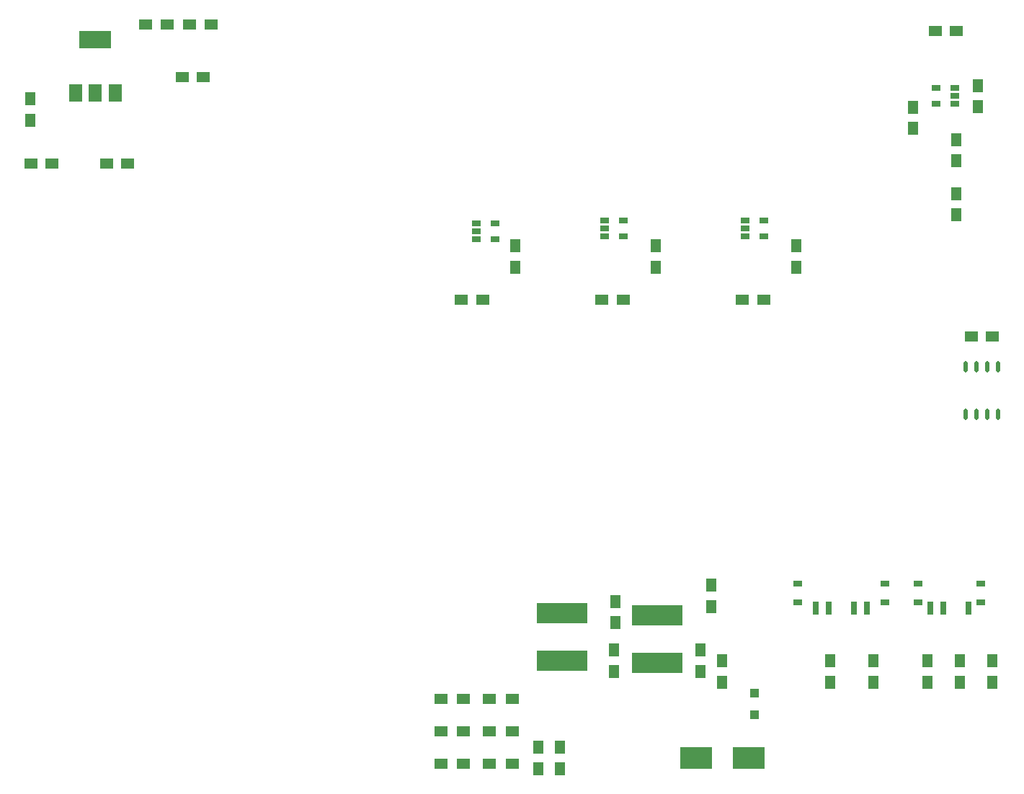
<source format=gtp>
G04 #@! TF.GenerationSoftware,KiCad,Pcbnew,5.0.0-rc2*
G04 #@! TF.CreationDate,2019-07-22T20:15:04-04:00*
G04 #@! TF.ProjectId,batterystation,6261747465727973746174696F6E2E6B,rev?*
G04 #@! TF.SameCoordinates,Original*
G04 #@! TF.FileFunction,Paste,Top*
G04 #@! TF.FilePolarity,Positive*
%FSLAX46Y46*%
G04 Gerber Fmt 4.6, Leading zero omitted, Abs format (unit mm)*
G04 Created by KiCad (PCBNEW 5.0.0-rc2) date Mon Jul 22 20:15:04 2019*
%MOMM*%
%LPD*%
G01*
G04 APERTURE LIST*
%ADD10R,1.250000X1.500000*%
%ADD11R,1.500000X1.250000*%
%ADD12R,3.750000X2.500000*%
%ADD13R,1.000000X1.000000*%
%ADD14R,5.900000X2.450000*%
%ADD15R,1.060000X0.650000*%
%ADD16O,0.457200X1.320800*%
%ADD17R,0.700000X1.500000*%
%ADD18R,1.000000X0.800000*%
%ADD19R,3.800000X2.000000*%
%ADD20R,1.500000X2.000000*%
%ADD21R,1.500000X1.300000*%
G04 APERTURE END LIST*
D10*
G04 #@! TO.C,C1*
X178642000Y-65692700D03*
X178642000Y-63192700D03*
G04 #@! TD*
G04 #@! TO.C,C2*
X186262000Y-60652700D03*
X186262000Y-63152700D03*
G04 #@! TD*
D11*
G04 #@! TO.C,C3*
X187940000Y-90170000D03*
X185440000Y-90170000D03*
G04 #@! TD*
G04 #@! TO.C,C4*
X95230000Y-59690000D03*
X92730000Y-59690000D03*
G04 #@! TD*
G04 #@! TO.C,C5*
X86340000Y-69850000D03*
X83840000Y-69850000D03*
G04 #@! TD*
D10*
G04 #@! TO.C,C6*
X143510000Y-127020000D03*
X143510000Y-129520000D03*
G04 #@! TD*
G04 #@! TO.C,C7*
X143637000Y-121305000D03*
X143637000Y-123805000D03*
G04 #@! TD*
G04 #@! TO.C,C8*
X137160000Y-138450000D03*
X137160000Y-140950000D03*
G04 #@! TD*
G04 #@! TO.C,C9*
X156210000Y-128290000D03*
X156210000Y-130790000D03*
G04 #@! TD*
D12*
G04 #@! TO.C,C10*
X159335000Y-139700000D03*
X153085000Y-139700000D03*
G04 #@! TD*
D10*
G04 #@! TO.C,D1*
X183722000Y-69502700D03*
X183722000Y-67002700D03*
G04 #@! TD*
D13*
G04 #@! TO.C,D2*
X160020000Y-134600000D03*
X160020000Y-132100000D03*
G04 #@! TD*
D14*
G04 #@! TO.C,L1*
X137414000Y-128251000D03*
X137414000Y-122701000D03*
G04 #@! TD*
G04 #@! TO.C,L2*
X148590000Y-128505000D03*
X148590000Y-122955000D03*
G04 #@! TD*
D15*
G04 #@! TO.C,P10*
X183552000Y-62852700D03*
X183552000Y-61902700D03*
X183552000Y-60952700D03*
X181352000Y-60952700D03*
X181352000Y-62852700D03*
G04 #@! TD*
D16*
G04 #@! TO.C,P11*
X188595000Y-93726000D03*
X187325000Y-93726000D03*
X186055000Y-93726000D03*
X184785000Y-93726000D03*
X184785000Y-99314000D03*
X186055000Y-99314000D03*
X187325000Y-99314000D03*
X188595000Y-99314000D03*
G04 #@! TD*
D11*
G04 #@! TO.C,R1*
X181202000Y-54282700D03*
X183702000Y-54282700D03*
G04 #@! TD*
D10*
G04 #@! TO.C,R2*
X183722000Y-73352700D03*
X183722000Y-75852700D03*
G04 #@! TD*
D11*
G04 #@! TO.C,R3*
X77450000Y-69850000D03*
X74950000Y-69850000D03*
G04 #@! TD*
D10*
G04 #@! TO.C,R4*
X74930000Y-62250000D03*
X74930000Y-64750000D03*
G04 #@! TD*
G04 #@! TO.C,R5*
X180340000Y-130790000D03*
X180340000Y-128290000D03*
G04 #@! TD*
G04 #@! TO.C,R6*
X187960000Y-130790000D03*
X187960000Y-128290000D03*
G04 #@! TD*
G04 #@! TO.C,R7*
X184150000Y-128290000D03*
X184150000Y-130790000D03*
G04 #@! TD*
G04 #@! TO.C,R8*
X173990000Y-128290000D03*
X173990000Y-130790000D03*
G04 #@! TD*
G04 #@! TO.C,R10*
X153670000Y-129500000D03*
X153670000Y-127000000D03*
G04 #@! TD*
G04 #@! TO.C,R11*
X154940000Y-119400000D03*
X154940000Y-121900000D03*
G04 #@! TD*
G04 #@! TO.C,R12*
X134620000Y-140950000D03*
X134620000Y-138450000D03*
G04 #@! TD*
G04 #@! TO.C,R13*
X168910000Y-130790000D03*
X168910000Y-128290000D03*
G04 #@! TD*
D11*
G04 #@! TO.C,R14*
X125555000Y-85844400D03*
X128055000Y-85844400D03*
G04 #@! TD*
D10*
G04 #@! TO.C,R15*
X131885000Y-82014400D03*
X131885000Y-79514400D03*
G04 #@! TD*
D11*
G04 #@! TO.C,R16*
X144565000Y-85844400D03*
X142065000Y-85844400D03*
G04 #@! TD*
D10*
G04 #@! TO.C,R17*
X148395000Y-79514400D03*
X148395000Y-82014400D03*
G04 #@! TD*
D11*
G04 #@! TO.C,R18*
X158575000Y-85844400D03*
X161075000Y-85844400D03*
G04 #@! TD*
D10*
G04 #@! TO.C,R19*
X164905000Y-79514400D03*
X164905000Y-82014400D03*
G04 #@! TD*
D17*
G04 #@! TO.C,SW1*
X185130000Y-122075000D03*
X182130000Y-122075000D03*
X180630000Y-122075000D03*
D18*
X186530000Y-119225000D03*
X179230000Y-119225000D03*
X179230000Y-121425000D03*
X186530000Y-121425000D03*
G04 #@! TD*
D17*
G04 #@! TO.C,SW2*
X173180000Y-122075000D03*
X171680000Y-122075000D03*
X168680000Y-122075000D03*
X167180000Y-122075000D03*
D18*
X175330000Y-119225000D03*
X165030000Y-119225000D03*
X165030000Y-121425000D03*
X175330000Y-121425000D03*
G04 #@! TD*
D19*
G04 #@! TO.C,U2*
X82550000Y-55270000D03*
D20*
X82550000Y-61570000D03*
X84850000Y-61570000D03*
X80250000Y-61570000D03*
G04 #@! TD*
D15*
G04 #@! TO.C,P21*
X127340000Y-76840000D03*
X127340000Y-77790000D03*
X127340000Y-78740000D03*
X129540000Y-78740000D03*
X129540000Y-76840000D03*
G04 #@! TD*
G04 #@! TO.C,P22*
X144610000Y-76520000D03*
X144610000Y-78420000D03*
X142410000Y-78420000D03*
X142410000Y-77470000D03*
X142410000Y-76520000D03*
G04 #@! TD*
G04 #@! TO.C,P23*
X158920000Y-76520000D03*
X158920000Y-77470000D03*
X158920000Y-78420000D03*
X161120000Y-78420000D03*
X161120000Y-76520000D03*
G04 #@! TD*
D11*
G04 #@! TO.C,D3*
X90951001Y-53459500D03*
X88451001Y-53459500D03*
G04 #@! TD*
G04 #@! TO.C,R20*
X93601001Y-53459500D03*
X96101001Y-53459500D03*
G04 #@! TD*
D21*
G04 #@! TO.C,R21*
X125810000Y-132715000D03*
X123110000Y-132715000D03*
G04 #@! TD*
G04 #@! TO.C,R22*
X131525000Y-132715000D03*
X128825000Y-132715000D03*
G04 #@! TD*
G04 #@! TO.C,R23*
X123110000Y-136525000D03*
X125810000Y-136525000D03*
G04 #@! TD*
G04 #@! TO.C,R24*
X128825000Y-136525000D03*
X131525000Y-136525000D03*
G04 #@! TD*
G04 #@! TO.C,R25*
X125810000Y-140335000D03*
X123110000Y-140335000D03*
G04 #@! TD*
G04 #@! TO.C,R26*
X128825000Y-140335000D03*
X131525000Y-140335000D03*
G04 #@! TD*
M02*

</source>
